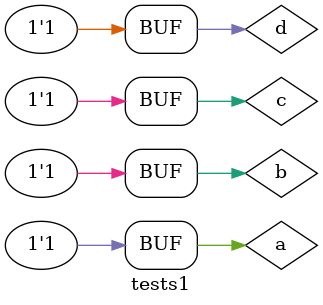
<source format=v>

module s1 (s, a, b, c, d);

output s;
input a, b, c, d;
wire temp[0:8];

xor XOR1 (temp[0], a, c);
xor XOR2 (temp[1], b, c);
xor XOR3 (temp[2], a, b);
xor XOR4 (temp[3], b, d);
and AND1 (temp[5], d, temp[0]);
and AND2 (temp[6], d, temp[1]);
and AND3 (temp[7], c, temp[2]);
and AND4 (temp[8], a, temp[3]);
or OR1 (s, temp[5], temp[6], temp[7], temp[8]);

endmodule //

module tests1;  

wire s;
reg a, b, c, d;

s1 s1 (s, a, b, c, d);

 initial begin
      $display("\Prova 01_i - Ludmily Caldeira da Silva - 417290\n");
      $display("TESTE\n");
      $display("\na   b   c    d    s1\n");
      $monitor("%b   %b   %b    %b    %b", a, b, c, d, s);
		
		  a=0; b=0; c=0; d=0;
    #1  a=0; b=0; c=0; d=1;
    #1  a=0; b=0; c=1; d=0;
    #1  a=0; b=0; c=1; d=1;
	 #1  a=0; b=1; c=0; d=0;
    #1  a=0; b=1; c=0; d=1;
    #1  a=0; b=1; c=1; d=0;
    #1  a=0; b=1; c=1; d=1;
    #1  a=1; b=0; c=0; d=0;
    #1  a=1; b=0; c=0; d=1;
    #1  a=1; b=0; c=1; d=0;
	 #1  a=1; b=0; c=1; d=1;
    #1  a=1; b=1; c=0; d=0;
    #1  a=1; b=1; c=0; d=1;
    #1  a=1; b=1; c=1; d=0;
    #1  a=1; b=1; c=1; d=1;  
	    		  
    end
 
endmodule //

/*

RESULTADOS OBTIDOS

    Prova 01_i - Ludmily Caldeira da Silva - 417290
    
    TESTE
    
    
    a   b   c    d    s1
    
    0   0   0    0    0
    0   0   0    1    0
    0   0   1    0    0
    0   0   1    1    1
    0   1   0    0    0
    0   1   0    1    1
    0   1   1    0    1
    0   1   1    1    1
    1   0   0    0    0
    1   0   0    1    1
    1   0   1    0    1
    1   0   1    1    1
    1   1   0    0    1
    1   1   0    1    1
    1   1   1    0    1
    1   1   1    1    0
    

*/
</source>
